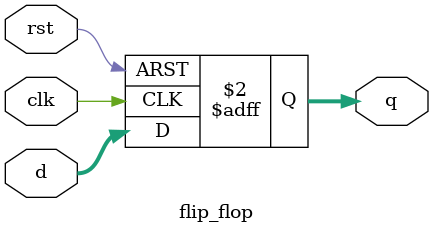
<source format=v>
module flip_flop #(
parameter n = 32
)(
input wire clk,
input wire rst,
input wire [n-1:0] d,
output reg [n-1:0] q
);

always@(posedge clk or posedge rst) begin
  if(rst) begin
      q <= 0 ;
    end
  else begin
      q <= d ; 
    end
end

endmodule

    


</source>
